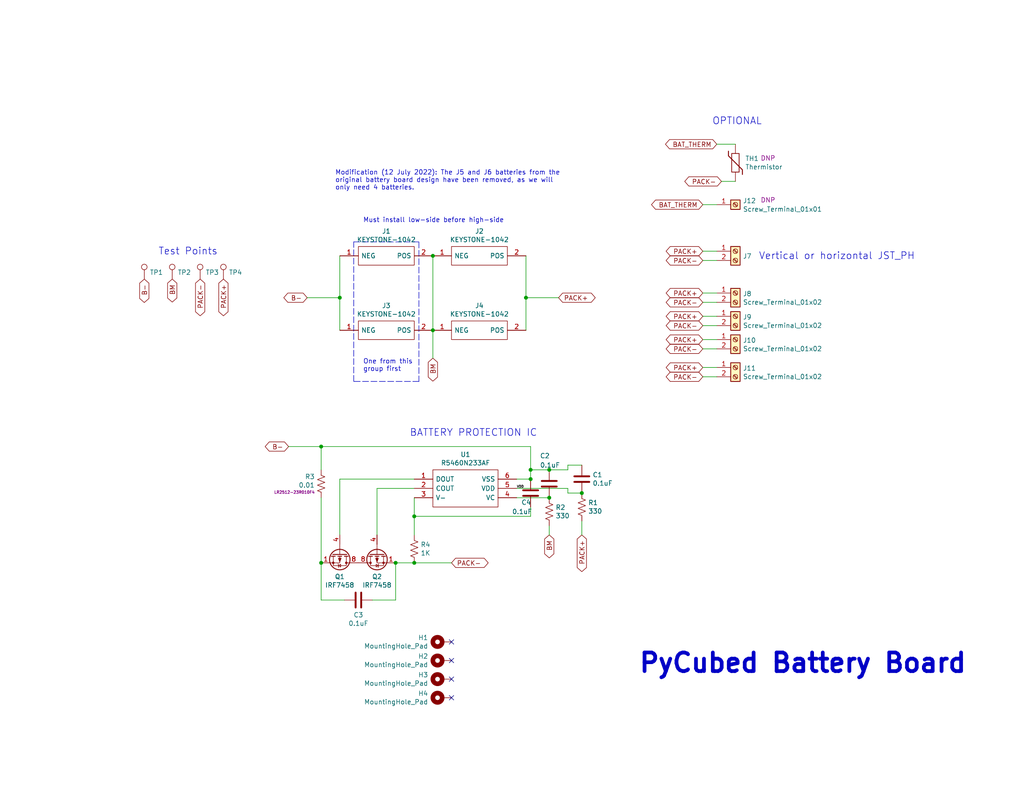
<source format=kicad_sch>
(kicad_sch (version 20211123) (generator eeschema)
  (paper "USLetter")
  (title_block (title "PyCubed Battery Board") (date "2021-03-07") (rev "v01b") (company "Max Holliday"))
  (lib_symbols
    (symbol "Connector:Screw_Terminal_01x01" (pin_names (offset 1.016) hide)
      (property "Reference" "J" (at 0 2.54 0))
      (property "Value" "Screw_Terminal_01x01" (at 0 -2.54 0))
      (symbol "Screw_Terminal_01x01_1_1"
        (rectangle (start -1.27 1.27) (end 1.27 -1.27) (stroke (width 0.254)) (fill (type background)))
        (polyline (pts (xy -0.5334 0.3302) (xy 0.3302 -0.508)) (stroke (width 0.1524)))
        (polyline (pts (xy -0.3556 0.508) (xy 0.508 -0.3302)) (stroke (width 0.1524)))
        (circle (center 0 0) (radius 0.635) (stroke (width 0.1524)))
        (pin passive line (at -5.08 0 0) (length 3.81) (name "Pin_1") (number "1"))
      )
    )
    (symbol "Connector:Screw_Terminal_01x02" (pin_names (offset 1.016) hide)
      (property "Reference" "J" (at 0 2.54 0))
      (property "Value" "Screw_Terminal_01x02" (at 0 -5.08 0))
      (symbol "Screw_Terminal_01x02_1_1"
        (rectangle (start -1.27 1.27) (end 1.27 -3.81) (stroke (width 0.254)) (fill (type background)))
        (circle (center 0 -2.54) (radius 0.635) (stroke (width 0.1524)))
        (polyline (pts (xy -0.5334 -2.2098) (xy 0.3302 -3.048)) (stroke (width 0.1524)))
        (polyline (pts (xy -0.5334 0.3302) (xy 0.3302 -0.508)) (stroke (width 0.1524)))
        (polyline (pts (xy -0.3556 -2.032) (xy 0.508 -2.8702)) (stroke (width 0.1524)))
        (polyline (pts (xy -0.3556 0.508) (xy 0.508 -0.3302)) (stroke (width 0.1524)))
        (circle (center 0 0) (radius 0.635) (stroke (width 0.1524)))
        (pin passive line (at -5.08 0 0) (length 3.81) (name "Pin_1") (number "1"))
        (pin passive line (at -5.08 -2.54 0) (length 3.81) (name "Pin_2") (number "2"))
      )
    )
    (symbol "Connector:TestPoint" (pin_numbers hide) (pin_names (offset 0.762) hide)
      (property "Reference" "TP" (at 0 6.858 0))
      (property "Value" "TestPoint" (at 0 5.08 0))
      (symbol "TestPoint_0_1"
        (circle (center 0 3.302) (radius 0.762))
      )
      (symbol "TestPoint_1_1"
        (pin passive line (at 0 0 90) (length 2.54) (name "1") (number "1"))
      )
    )
    (symbol "Device:C" (pin_numbers hide) (pin_names (offset 0.254))
      (property "Reference" "C" (at 0.635 2.54 0))
      (property "Value" "C" (at 0.635 -2.54 0))
      (symbol "C_0_1"
        (polyline (pts (xy -2.032 -0.762) (xy 2.032 -0.762)) (stroke (width 0.508)))
        (polyline (pts (xy -2.032 0.762) (xy 2.032 0.762)) (stroke (width 0.508)))
      )
      (symbol "C_1_1"
        (pin passive line (at 0 3.81 270) (length 2.794) (name "~") (number "1"))
        (pin passive line (at 0 -3.81 90) (length 2.794) (name "~") (number "2"))
      )
    )
    (symbol "Device:R_US" (pin_numbers hide) (pin_names (offset 0))
      (property "Reference" "R" (at 2.54 0 90))
      (property "Value" "R_US" (at -2.54 0 90))
      (symbol "R_US_0_1"
        (polyline (pts (xy 0 -2.286) (xy 0 -2.54)))
        (polyline (pts (xy 0 2.286) (xy 0 2.54)))
        (polyline (pts (xy 0 -0.762) (xy 1.016 -1.143) (xy 0 -1.524) (xy -1.016 -1.905) (xy 0 -2.286)))
        (polyline (pts (xy 0 0.762) (xy 1.016 0.381) (xy 0 0) (xy -1.016 -0.381) (xy 0 -0.762)))
        (polyline (pts (xy 0 2.286) (xy 1.016 1.905) (xy 0 1.524) (xy -1.016 1.143) (xy 0 0.762)))
      )
      (symbol "R_US_1_1"
        (pin passive line (at 0 3.81 270) (length 1.27) (name "~") (number "1"))
        (pin passive line (at 0 -3.81 90) (length 1.27) (name "~") (number "2"))
      )
    )
    (symbol "Device:Thermistor" (pin_numbers hide) (pin_names (offset 0))
      (property "Reference" "TH" (at 2.54 1.27 90))
      (property "Value" "Thermistor" (at -2.54 0 90))
      (symbol "Thermistor_0_1"
        (rectangle (start -1.016 2.54) (end 1.016 -2.54) (stroke (width 0.2032)))
        (polyline (pts (xy -1.905 3.175) (xy -1.905 1.905) (xy 1.905 -1.905) (xy 1.905 -3.175) (xy 1.905 -3.175)) (stroke (width 0.254)))
      )
      (symbol "Thermistor_1_1"
        (pin passive line (at 0 5.08 270) (length 2.54) (name "~") (number "1"))
        (pin passive line (at 0 -5.08 90) (length 2.54) (name "~") (number "2"))
      )
    )
    (symbol "Mechanical:MountingHole_Pad" (pin_numbers hide) (pin_names (offset 1.016) hide)
      (property "Reference" "H" (at 0 6.35 0))
      (property "Value" "MountingHole_Pad" (at 0 4.445 0))
      (symbol "MountingHole_Pad_0_1"
        (circle (center 0 1.27) (radius 1.27) (stroke (width 1.27)))
      )
      (symbol "MountingHole_Pad_1_1"
        (pin input line (at 0 -2.54 90) (length 2.54) (name "1") (number "1"))
      )
    )
    (symbol "Transistor_FET:IRF7404" (pin_names hide)
      (property "Reference" "Q" (at 5.08 1.905 0))
      (property "Value" "IRF7404" (at 5.08 0 0))
      (symbol "IRF7404_0_1"
        (polyline (pts (xy 0.254 0) (xy -2.54 0)))
        (polyline (pts (xy 0.254 1.905) (xy 0.254 -1.905)) (stroke (width 0.254)))
        (polyline (pts (xy 0.762 -1.27) (xy 0.762 -2.286)) (stroke (width 0.254)))
        (polyline (pts (xy 0.762 0.508) (xy 0.762 -0.508)) (stroke (width 0.254)))
        (polyline (pts (xy 0.762 2.286) (xy 0.762 1.27)) (stroke (width 0.254)))
        (polyline (pts (xy 2.54 2.54) (xy 2.54 1.778)))
        (polyline (pts (xy 2.54 -2.54) (xy 2.54 0) (xy 0.762 0)))
        (polyline (pts (xy 0.762 1.778) (xy 3.302 1.778) (xy 3.302 -1.778) (xy 0.762 -1.778)))
        (polyline (pts (xy 2.286 0) (xy 1.27 0.381) (xy 1.27 -0.381) (xy 2.286 0)) (fill (type outline)))
        (polyline (pts (xy 2.794 -0.508) (xy 2.921 -0.381) (xy 3.683 -0.381) (xy 3.81 -0.254)))
        (polyline (pts (xy 3.302 -0.381) (xy 2.921 0.254) (xy 3.683 0.254) (xy 3.302 -0.381)))
        (circle (center 1.651 0) (radius 2.794) (stroke (width 0.254)))
        (circle (center 2.54 -1.778) (radius 0.254) (fill (type outline)))
        (circle (center 2.54 1.778) (radius 0.254) (fill (type outline)))
      )
      (symbol "IRF7404_1_1"
        (pin passive line (at 2.54 -5.08 90) (length 2.54) (name "S") (number "1"))
        (pin passive line (at 2.54 -5.08 90) (length 2.54) hide (name "S") (number "2"))
        (pin passive line (at 2.54 -5.08 90) (length 2.54) hide (name "S") (number "3"))
        (pin passive line (at -5.08 0 0) (length 2.54) (name "G") (number "4"))
        (pin passive line (at 2.54 5.08 270) (length 2.54) hide (name "D") (number "5"))
        (pin passive line (at 2.54 5.08 270) (length 2.54) hide (name "D") (number "6"))
        (pin passive line (at 2.54 5.08 270) (length 2.54) hide (name "D") (number "7"))
        (pin passive line (at 2.54 5.08 270) (length 2.54) (name "D") (number "8"))
      )
    )
    (symbol "batteryboard-rescue:1042-symbols" (pin_names (offset 0.762))
      (property "Reference" "J" (at 11.43 6.35 0))
      (property "Value" "1042-symbols" (at 10.16 3.81 0))
      (symbol "1042-symbols_0_0"
        (pin unspecified line (at 0 0 0) (length 5.08) (name "NEG") (number "1"))
        (pin unspecified line (at 25.4 0 180) (length 5.08) (name "POS") (number "2"))
      )
      (symbol "1042-symbols_0_1"
        (polyline (pts (xy 5.08 2.54) (xy 20.32 2.54) (xy 20.32 -2.54) (xy 5.08 -2.54) (xy 5.08 2.54)) (stroke (width 0.1524)))
      )
    )
    (symbol "batteryboard-rescue:R5460N233AF-symbols" (pin_names (offset 0.762))
      (property "Reference" "U" (at 12.7 3.81 0))
      (property "Value" "R5460N233AF-symbols" (at 7.62 -8.89 0))
      (symbol "R5460N233AF-symbols_0_0"
        (pin unspecified line (at 0 0 0) (length 5.08) (name "DOUT") (number "1"))
        (pin unspecified line (at 0 -2.54 0) (length 5.08) (name "COUT") (number "2"))
        (pin unspecified line (at 0 -5.08 0) (length 5.08) (name "V-") (number "3"))
        (pin unspecified line (at 27.94 -5.08 180) (length 5.08) (name "VC") (number "4"))
        (pin unspecified line (at 27.94 -2.54 180) (length 5.08) (name "VDD") (number "5"))
        (pin unspecified line (at 27.94 0 180) (length 5.08) (name "VSS") (number "6"))
      )
      (symbol "R5460N233AF-symbols_0_1"
        (polyline (pts (xy 5.08 2.54) (xy 22.86 2.54) (xy 22.86 -7.62) (xy 5.08 -7.62) (xy 5.08 2.54)) (stroke (width 0.1524)))
      )
    )
  )
  (junction (at 144.78 130.81))
  (junction (at 107.95 153.67))
  (junction (at 144.78 128.27))
  (junction (at 149.86 128.27))
  (junction (at 113.03 153.67))
  (junction (at 118.11 69.85))
  (junction (at 87.63 121.92))
  (junction (at 118.11 90.17))
  (junction (at 158.75 134.62))
  (junction (at 143.51 81.28))
  (junction (at 87.63 153.67))
  (junction (at 149.86 135.89))
  (junction (at 113.03 140.97))
  (junction (at 92.71 81.28))
  (no_connect (at 123.19 175.26))
  (no_connect (at 123.19 190.5))
  (no_connect (at 123.19 180.34))
  (no_connect (at 123.19 185.42))
  (wire (pts (xy 154.94 127) (xy 158.75 127)))
  (wire (pts (xy 196.85 49.53) (xy 200.66 49.53)))
  (wire (pts (xy 87.63 163.83) (xy 87.63 153.67)))
  (wire (pts (xy 195.58 39.37) (xy 200.66 39.37)))
  (wire (pts (xy 191.77 100.33) (xy 195.58 100.33)))
  (wire (pts (xy 154.94 128.27) (xy 154.94 127)))
  (wire (pts (xy 144.78 128.27) (xy 144.78 121.92)))
  (wire (pts (xy 191.77 55.88) (xy 195.58 55.88)))
  (polyline (pts (xy 96.52 104.14) (xy 96.52 66.04)))
  (wire (pts (xy 143.51 81.28) (xy 143.51 69.85)))
  (wire (pts (xy 93.98 163.83) (xy 87.63 163.83)))
  (wire (pts (xy 140.97 133.35) (xy 154.94 133.35)))
  (wire (pts (xy 118.11 90.17) (xy 118.11 97.79)))
  (wire (pts (xy 144.78 138.43) (xy 144.78 140.97)))
  (wire (pts (xy 191.77 71.12) (xy 195.58 71.12)))
  (wire (pts (xy 191.77 88.9) (xy 195.58 88.9)))
  (wire (pts (xy 191.77 102.87) (xy 195.58 102.87)))
  (polyline (pts (xy 114.3 66.04) (xy 114.3 104.14)))
  (wire (pts (xy 143.51 90.17) (xy 143.51 81.28)))
  (wire (pts (xy 113.03 140.97) (xy 113.03 135.89)))
  (wire (pts (xy 191.77 68.58) (xy 195.58 68.58)))
  (wire (pts (xy 144.78 128.27) (xy 144.78 130.81)))
  (wire (pts (xy 154.94 134.62) (xy 158.75 134.62)))
  (wire (pts (xy 143.51 81.28) (xy 152.4 81.28)))
  (wire (pts (xy 92.71 81.28) (xy 83.82 81.28)))
  (wire (pts (xy 92.71 81.28) (xy 92.71 69.85)))
  (wire (pts (xy 101.6 163.83) (xy 107.95 163.83)))
  (wire (pts (xy 92.71 130.81) (xy 113.03 130.81)))
  (polyline (pts (xy 96.52 66.04) (xy 114.3 66.04)))
  (wire (pts (xy 191.77 82.55) (xy 195.58 82.55)))
  (wire (pts (xy 123.19 153.67) (xy 113.03 153.67)))
  (wire (pts (xy 102.87 133.35) (xy 102.87 146.05)))
  (wire (pts (xy 191.77 92.71) (xy 195.58 92.71)))
  (wire (pts (xy 92.71 90.17) (xy 92.71 81.28)))
  (wire (pts (xy 113.03 146.05) (xy 113.03 140.97)))
  (wire (pts (xy 107.95 153.67) (xy 113.03 153.67)))
  (wire (pts (xy 158.75 146.05) (xy 158.75 142.24)))
  (wire (pts (xy 191.77 86.36) (xy 195.58 86.36)))
  (wire (pts (xy 191.77 95.25) (xy 195.58 95.25)))
  (wire (pts (xy 149.86 128.27) (xy 154.94 128.27)))
  (wire (pts (xy 92.71 146.05) (xy 92.71 130.81)))
  (wire (pts (xy 87.63 153.67) (xy 87.63 135.89)))
  (polyline (pts (xy 114.3 104.14) (xy 96.52 104.14)))
  (wire (pts (xy 140.97 135.89) (xy 149.86 135.89)))
  (wire (pts (xy 154.94 133.35) (xy 154.94 134.62)))
  (wire (pts (xy 107.95 163.83) (xy 107.95 153.67)))
  (wire (pts (xy 144.78 128.27) (xy 149.86 128.27)))
  (wire (pts (xy 191.77 80.01) (xy 195.58 80.01)))
  (wire (pts (xy 149.86 146.05) (xy 149.86 143.51)))
  (wire (pts (xy 87.63 121.92) (xy 78.74 121.92)))
  (wire (pts (xy 102.87 133.35) (xy 113.03 133.35)))
  (wire (pts (xy 87.63 121.92) (xy 87.63 128.27)))
  (wire (pts (xy 140.97 130.81) (xy 144.78 130.81)))
  (wire (pts (xy 144.78 140.97) (xy 113.03 140.97)))
  (wire (pts (xy 144.78 121.92) (xy 87.63 121.92)))
  (wire (pts (xy 118.11 69.85) (xy 118.11 90.17)))
  (text "BATTERY PROTECTION IC" (at 111.76 119.38 0) (effects (font (size 1.905 1.905)) (justify left bottom)))
  (text "One from this \ngroup first" (at 99.06 101.6 0) (effects (font (size 1.27 1.27)) (justify left bottom)))
  (text "Test Points" (at 43.18 69.85 0) (effects (font (size 1.905 1.905)) (justify left bottom)))
  (text "Modification (12 July 2022): The J5 and J6 batteries from the\noriginal battery board design have been removed, as we will \nonly need 4 batteries." (at 91.44 52.07 0) (effects (font (size 1.27 1.27)) (justify left bottom)))
  (text "Must install low-side before high-side" (at 99.06 60.96 0) (effects (font (size 1.27 1.27)) (justify left bottom)))
  (text "Vertical or horizontal JST_PH" (at 207.01 71.12 0) (effects (font (size 1.905 1.905)) (justify left bottom)))
  (text "PyCubed Battery Board" (at 173.99 184.15 0) (effects (font (size 5.08 5.08) (thickness 1.016) bold) (justify left bottom)))
  (text "OPTIONAL" (at 194.31 34.29 0) (effects (font (size 1.905 1.905)) (justify left bottom)))
  (label "VDD" (at 140.97 133.35 0) (effects (font (size 0.635 0.635))))
  (global_label "PACK-" (shape bidirectional) (at 191.77 88.9 180) (property "Intersheet References" "${INTERSHEET_REFS}" (effects hide)))
  (global_label "PACK-" (shape bidirectional) (at 196.85 49.53 180) (property "Intersheet References" "${INTERSHEET_REFS}" (effects hide)))
  (global_label "BAT_THERM" (shape bidirectional) (at 191.77 55.88 180) (property "Intersheet References" "${INTERSHEET_REFS}" (effects hide)))
  (global_label "PACK+" (shape bidirectional) (at 158.75 146.05 270) (property "Intersheet References" "${INTERSHEET_REFS}" (effects hide)))
  (global_label "PACK+" (shape bidirectional) (at 191.77 92.71 180) (property "Intersheet References" "${INTERSHEET_REFS}" (effects hide)))
  (global_label "PACK-" (shape bidirectional) (at 191.77 82.55 180) (property "Intersheet References" "${INTERSHEET_REFS}" (effects hide)))
  (global_label "BM" (shape bidirectional) (at 149.86 146.05 270) (property "Intersheet References" "${INTERSHEET_REFS}" (effects hide)))
  (global_label "B-" (shape bidirectional) (at 83.82 81.28 180) (property "Intersheet References" "${INTERSHEET_REFS}" (effects hide)))
  (global_label "B-" (shape bidirectional) (at 78.74 121.92 180) (property "Intersheet References" "${INTERSHEET_REFS}" (effects hide)))
  (global_label "BAT_THERM" (shape bidirectional) (at 195.58 39.37 180) (property "Intersheet References" "${INTERSHEET_REFS}" (effects hide)))
  (global_label "PACK+" (shape bidirectional) (at 152.4 81.28 0) (property "Intersheet References" "${INTERSHEET_REFS}" (effects hide)))
  (global_label "PACK-" (shape bidirectional) (at 191.77 95.25 180) (property "Intersheet References" "${INTERSHEET_REFS}" (effects hide)))
  (global_label "PACK+" (shape bidirectional) (at 60.96 76.2 270) (property "Intersheet References" "${INTERSHEET_REFS}" (effects hide)))
  (global_label "PACK-" (shape bidirectional) (at 123.19 153.67 0) (property "Intersheet References" "${INTERSHEET_REFS}" (effects hide)))
  (global_label "PACK-" (shape bidirectional) (at 54.61 76.2 270) (property "Intersheet References" "${INTERSHEET_REFS}" (effects hide)))
  (global_label "PACK-" (shape bidirectional) (at 191.77 102.87 180) (property "Intersheet References" "${INTERSHEET_REFS}" (effects hide)))
  (global_label "PACK+" (shape bidirectional) (at 191.77 68.58 180) (property "Intersheet References" "${INTERSHEET_REFS}" (effects hide)))
  (global_label "BM" (shape bidirectional) (at 46.99 76.2 270) (property "Intersheet References" "${INTERSHEET_REFS}" (effects hide)))
  (global_label "PACK-" (shape bidirectional) (at 191.77 71.12 180) (property "Intersheet References" "${INTERSHEET_REFS}" (effects hide)))
  (global_label "PACK+" (shape bidirectional) (at 191.77 86.36 180) (property "Intersheet References" "${INTERSHEET_REFS}" (effects hide)))
  (global_label "PACK+" (shape bidirectional) (at 191.77 100.33 180) (property "Intersheet References" "${INTERSHEET_REFS}" (effects hide)))
  (global_label "B-" (shape bidirectional) (at 39.37 76.2 270) (property "Intersheet References" "${INTERSHEET_REFS}" (effects hide)))
  (global_label "PACK+" (shape bidirectional) (at 191.77 80.01 180) (property "Intersheet References" "${INTERSHEET_REFS}" (effects hide)))
  (global_label "BM" (shape bidirectional) (at 118.11 97.79 270) (property "Intersheet References" "${INTERSHEET_REFS}" (effects hide)))
  (symbol (lib_id "batteryboard-rescue:1042-symbols") (at 118.11 69.85 0) (unit 1)
    (property "Reference" "J2" (at 130.81 63.119 0))
    (property "Value" "KEYSTONE-1042" (at 130.81 65.4304 0))
    (property "Footprint" "custom-footprints:KEYSTONE-1042" (effects hide))
    (property "Datasheet" "http://www.mouser.com/ds/2/215/042-744829.pdf" (effects hide))
    (property "Description" "Cylindrical Battery Contacts, Clips, Holders & Springs 18650 S/M PC BATTERY HOLDER" (effects hide))
    (property "Manufacturer_Name" "Keystone Electronics" (effects hide))
    (property "Manufacturer_Part_Number" "1042" (effects hide))
    (property "Mouser Part Number" "534-1042" (effects hide))
    (property "Mouser Price/Stock" "https://www.mouser.com/Search/Refine.aspx?Keyword=534-1042" (effects hide))
  )
  (symbol (lib_id "batteryboard-rescue:1042-symbols") (at 92.71 69.85 0) (unit 1)
    (property "Reference" "J1" (at 105.41 63.119 0))
    (property "Value" "KEYSTONE-1042" (at 105.41 65.4304 0))
    (property "Footprint" "custom-footprints:KEYSTONE-1042" (effects hide))
    (property "Datasheet" "http://www.mouser.com/ds/2/215/042-744829.pdf" (effects hide))
    (property "Description" "Cylindrical Battery Contacts, Clips, Holders & Springs 18650 S/M PC BATTERY HOLDER" (effects hide))
    (property "Manufacturer_Name" "Keystone Electronics" (effects hide))
    (property "Manufacturer_Part_Number" "1042" (effects hide))
    (property "Mouser Part Number" "534-1042" (effects hide))
    (property "Mouser Price/Stock" "https://www.mouser.com/Search/Refine.aspx?Keyword=534-1042" (effects hide))
  )
  (symbol (lib_id "batteryboard-rescue:1042-symbols") (at 92.71 90.17 0) (unit 1)
    (property "Reference" "J3" (at 105.41 83.439 0))
    (property "Value" "KEYSTONE-1042" (at 105.41 85.7504 0))
    (property "Footprint" "custom-footprints:KEYSTONE-1042" (effects hide))
    (property "Datasheet" "http://www.mouser.com/ds/2/215/042-744829.pdf" (effects hide))
    (property "Description" "Cylindrical Battery Contacts, Clips, Holders & Springs 18650 S/M PC BATTERY HOLDER" (effects hide))
    (property "Manufacturer_Name" "Keystone Electronics" (effects hide))
    (property "Manufacturer_Part_Number" "1042" (effects hide))
    (property "Mouser Part Number" "534-1042" (effects hide))
    (property "Mouser Price/Stock" "https://www.mouser.com/Search/Refine.aspx?Keyword=534-1042" (effects hide))
  )
  (symbol (lib_id "batteryboard-rescue:1042-symbols") (at 118.11 90.17 0) (unit 1)
    (property "Reference" "J4" (at 130.81 83.439 0))
    (property "Value" "KEYSTONE-1042" (at 130.81 85.7504 0))
    (property "Footprint" "custom-footprints:KEYSTONE-1042" (effects hide))
    (property "Datasheet" "http://www.mouser.com/ds/2/215/042-744829.pdf" (effects hide))
    (property "Description" "Cylindrical Battery Contacts, Clips, Holders & Springs 18650 S/M PC BATTERY HOLDER" (effects hide))
    (property "Manufacturer_Name" "Keystone Electronics" (effects hide))
    (property "Manufacturer_Part_Number" "1042" (effects hide))
    (property "Mouser Part Number" "534-1042" (effects hide))
    (property "Mouser Price/Stock" "https://www.mouser.com/Search/Refine.aspx?Keyword=534-1042" (effects hide))
  )
  (symbol (lib_id "batteryboard-rescue:R5460N233AF-symbols") (at 113.03 130.81 0) (unit 1)
    (property "Reference" "U1" (at 127 124.079 0))
    (property "Value" "R5460N233AF" (at 127 126.3904 0))
    (property "Footprint" "custom-footprints:SOT95P280X130-6N" (effects hide))
    (property "Datasheet" "http://www.mouser.com/datasheet/2/792/r5460-e-1085730.pdf" (effects hide))
    (property "Description" "Battery Management 2-Cell Li-ion Protection IC" (effects hide))
    (property "Height" "1.3" (effects hide))
    (property "Manufacturer_Name" "Ricoh Electronic Devices Company" (effects hide))
    (property "Manufacturer_Part_Number" "R5460N233AF-TR-FE" (effects hide))
    (property "Mouser Part Number" "848-R5460N233AFTRFE" (effects hide))
    (property "Mouser Price/Stock" "https://www.mouser.com/Search/Refine.aspx?Keyword=848-R5460N233AFTRFE" (effects hide))
  )
  (symbol (lib_id "Connector:TestPoint") (at 39.37 76.2 0) (unit 1)
    (property "Reference" "TP1" (at 40.8432 74.3712 0) (effects (justify left)))
    (property "Value" "TestPoint" (effects hide))
    (property "Footprint" "TestPoint:TestPoint_Loop_D1.80mm_Drill1.0mm_Beaded" (effects hide))
    (property "DNP" "DNP" (effects hide))
  )
  (symbol (lib_id "Connector:TestPoint") (at 46.99 76.2 0) (unit 1)
    (property "Reference" "TP2" (at 48.4632 74.3712 0) (effects (justify left)))
    (property "Value" "TestPoint" (effects hide))
    (property "Footprint" "TestPoint:TestPoint_Loop_D1.80mm_Drill1.0mm_Beaded" (effects hide))
    (property "DNP" "DNP" (effects hide))
  )
  (symbol (lib_id "Connector:TestPoint") (at 54.61 76.2 0) (unit 1)
    (property "Reference" "TP3" (at 56.0832 74.3712 0) (effects (justify left)))
    (property "Value" "TestPoint" (effects hide))
    (property "Footprint" "TestPoint:TestPoint_Loop_D1.80mm_Drill1.0mm_Beaded" (effects hide))
    (property "DNP" "DNP" (effects hide))
  )
  (symbol (lib_id "Connector:TestPoint") (at 60.96 76.2 0) (unit 1)
    (property "Reference" "TP4" (at 62.4332 74.3712 0) (effects (justify left)))
    (property "Value" "TestPoint" (effects hide))
    (property "Footprint" "TestPoint:TestPoint_Loop_D1.80mm_Drill1.0mm_Beaded" (effects hide))
    (property "DNP" "DNP" (effects hide))
  )
  (symbol (lib_id "Connector:Screw_Terminal_01x02") (at 200.66 80.01 0) (unit 1)
    (property "Reference" "J8" (at 202.692 80.2132 0) (effects (justify left)))
    (property "Value" "Screw_Terminal_01x02" (at 202.692 82.5246 0) (effects (justify left)))
    (property "Footprint" "custom-footprints:SCREWTERMINAL-3.5MM-2_LOCK" (effects hide))
    (property "DNP" "DNP" (effects hide))
  )
  (symbol (lib_id "Connector:Screw_Terminal_01x02") (at 200.66 68.58 0) (unit 1)
    (property "Reference" "J7" (at 202.692 69.9516 0) (effects (justify left)))
    (property "Value" "JST_PH_S2B-PH-SM4" (effects hide))
    (property "Footprint" "Connector_JST:JST_PH_S2B-PH-SM4-TB_1x02-1MP_P2.00mm_Horizontal" (effects hide))
  )
  (symbol (lib_id "Transistor_FET:IRF7404") (at 102.87 151.13 90) (mirror x) (unit 1)
    (property "Reference" "Q2" (at 102.87 157.4546 90))
    (property "Value" "IRF7458" (at 102.87 159.766 90))
    (property "Footprint" "Package_SO:SOIC-8_3.9x4.9mm_P1.27mm" (effects hide))
    (property "Datasheet" "http://www.infineon.com/dgdl/irf7404.pdf?fileId=5546d462533600a4015355fa2b5b1b9e" (effects hide))
  )
  (symbol (lib_id "Transistor_FET:IRF7404") (at 92.71 151.13 270) (unit 1)
    (property "Reference" "Q1" (at 92.71 157.4546 90))
    (property "Value" "IRF7458" (at 92.71 159.766 90))
    (property "Footprint" "Package_SO:SOIC-8_3.9x4.9mm_P1.27mm" (effects hide))
    (property "Datasheet" "http://www.infineon.com/dgdl/irf7404.pdf?fileId=5546d462533600a4015355fa2b5b1b9e" (effects hide))
  )
  (symbol (lib_id "Device:R_US") (at 149.86 139.7 180) (unit 1)
    (property "Reference" "R2" (at 151.5872 138.5316 0) (effects (justify right)))
    (property "Value" "330" (at 151.5872 140.843 0) (effects (justify right)))
    (property "Footprint" "Resistor_SMD:R_0603_1608Metric" (effects hide))
  )
  (symbol (lib_id "Device:C") (at 149.86 132.08 0) (unit 1)
    (property "Reference" "C2" (at 147.32 124.46 0) (effects (justify left)))
    (property "Value" "0.1uF" (at 147.32 127 0) (effects (justify left)))
    (property "Footprint" "Capacitor_SMD:C_0603_1608Metric" (effects hide))
  )
  (symbol (lib_id "Device:C") (at 158.75 130.81 0) (unit 1)
    (property "Reference" "C1" (at 161.671 129.6416 0) (effects (justify left)))
    (property "Value" "0.1uF" (at 161.671 131.953 0) (effects (justify left)))
    (property "Footprint" "Capacitor_SMD:C_0603_1608Metric" (effects hide))
  )
  (symbol (lib_id "Device:R_US") (at 158.75 138.43 180) (unit 1)
    (property "Reference" "R1" (at 160.4772 137.2616 0) (effects (justify right)))
    (property "Value" "330" (at 160.4772 139.573 0) (effects (justify right)))
    (property "Footprint" "Resistor_SMD:R_0603_1608Metric" (effects hide))
  )
  (symbol (lib_id "Connector:Screw_Terminal_01x02") (at 200.66 86.36 0) (unit 1)
    (property "Reference" "J9" (at 202.692 86.5632 0) (effects (justify left)))
    (property "Value" "Screw_Terminal_01x02" (at 202.692 88.8746 0) (effects (justify left)))
    (property "Footprint" "custom-footprints:SCREWTERMINAL-3.5MM-2_LOCK" (effects hide))
    (property "DNP" "DNP" (effects hide))
  )
  (symbol (lib_id "Device:R_US") (at 113.03 149.86 0) (unit 1)
    (property "Reference" "R4" (at 114.7572 148.6916 0) (effects (justify left)))
    (property "Value" "1K" (at 114.7572 151.003 0) (effects (justify left)))
    (property "Footprint" "Resistor_SMD:R_0603_1608Metric" (effects hide))
    (property "Manufacturer_Part_Number" "LR2512-23R010F4" (effects hide))
  )
  (symbol (lib_id "Connector:Screw_Terminal_01x02") (at 200.66 92.71 0) (unit 1)
    (property "Reference" "J10" (at 202.692 92.9132 0) (effects (justify left)))
    (property "Value" "Screw_Terminal_01x02" (at 202.692 95.2246 0) (effects (justify left)))
    (property "Footprint" "custom-footprints:SCREWTERMINAL-3.5MM-2_LOCK" (effects hide))
    (property "DNP" "DNP" (effects hide))
  )
  (symbol (lib_id "Connector:Screw_Terminal_01x02") (at 200.66 100.33 0) (unit 1)
    (property "Reference" "J11" (at 202.692 100.5332 0) (effects (justify left)))
    (property "Value" "Screw_Terminal_01x02" (at 202.692 102.8446 0) (effects (justify left)))
    (property "Footprint" "custom-footprints:SCREWTERMINAL-3.5MM-2_LOCK" (effects hide))
    (property "DNP" "DNP" (effects hide))
  )
  (symbol (lib_id "Device:C") (at 144.78 134.62 0) (unit 1)
    (property "Reference" "C4" (at 142.24 137.16 0) (effects (justify left)))
    (property "Value" "0.1uF" (at 139.7 139.7 0) (effects (justify left)))
    (property "Footprint" "Capacitor_SMD:C_0603_1608Metric" (effects hide))
  )
  (symbol (lib_id "Device:R_US") (at 87.63 132.08 0) (unit 1)
    (property "Reference" "R3" (at 85.9028 130.1496 0) (effects (justify right)))
    (property "Value" "0.01" (at 85.9028 132.461 0) (effects (justify right)))
    (property "Footprint" "Resistor_SMD:R_2512_6332Metric" (effects hide))
    (property "PN" "LR2512-23R010F4" (at 85.9028 134.3914 0) (effects (font (size 0.762 0.762)) (justify right)))
  )
  (symbol (lib_id "Device:C") (at 97.79 163.83 90) (unit 1)
    (property "Reference" "C3" (at 97.79 167.894 90))
    (property "Value" "0.1uF" (at 97.79 170.2054 90))
    (property "Footprint" "Capacitor_SMD:C_0603_1608Metric" (effects hide))
  )
  (symbol (lib_id "Device:Thermistor") (at 200.66 44.45 0) (unit 1)
    (property "Reference" "TH1" (at 203.327 43.2816 0) (effects (justify left)))
    (property "Value" "Thermistor" (at 203.327 45.593 0) (effects (justify left)))
    (property "Footprint" "Resistor_THT:R_Axial_DIN0204_L3.6mm_D1.6mm_P5.08mm_Vertical" (effects hide))
    (property "DNP" "DNP" (at 209.55 43.18 0))
  )
  (symbol (lib_id "Connector:Screw_Terminal_01x01") (at 200.66 55.88 0) (unit 1)
    (property "Reference" "J12" (at 202.692 54.8132 0) (effects (justify left)))
    (property "Value" "Screw_Terminal_01x01" (at 202.692 57.1246 0) (effects (justify left)))
    (property "Footprint" "Connector_PinHeader_1.00mm:PinHeader_1x01_P1.00mm_Vertical" (effects hide))
    (property "DNP" "DNP" (at 209.55 54.61 0))
  )
  (symbol (lib_id "Mechanical:MountingHole_Pad") (at 120.65 175.26 90) (mirror x) (unit 1)
    (property "Reference" "H1" (at 116.84 174.0916 90) (effects (justify left)))
    (property "Value" "MountingHole_Pad" (at 116.84 176.403 90) (effects (justify left)))
    (property "Footprint" "custom-footprints:MountingHole_3.2mm_M3_DIN965_PadMOD" (effects hide))
    (property "DNP" "DNP" (effects hide))
  )
  (symbol (lib_id "Mechanical:MountingHole_Pad") (at 120.65 180.34 90) (mirror x) (unit 1)
    (property "Reference" "H2" (at 116.84 179.1716 90) (effects (justify left)))
    (property "Value" "MountingHole_Pad" (at 116.84 181.483 90) (effects (justify left)))
    (property "Footprint" "custom-footprints:MountingHole_3.2mm_M3_DIN965_PadMOD" (effects hide))
    (property "DNP" "DNP" (effects hide))
  )
  (symbol (lib_id "Mechanical:MountingHole_Pad") (at 120.65 185.42 90) (mirror x) (unit 1)
    (property "Reference" "H3" (at 116.84 184.2516 90) (effects (justify left)))
    (property "Value" "MountingHole_Pad" (at 116.84 186.563 90) (effects (justify left)))
    (property "Footprint" "custom-footprints:MountingHole_3.2mm_M3_DIN965_PadMOD" (effects hide))
    (property "DNP" "DNP" (effects hide))
  )
  (symbol (lib_id "Mechanical:MountingHole_Pad") (at 120.65 190.5 90) (mirror x) (unit 1)
    (property "Reference" "H4" (at 116.84 189.3316 90) (effects (justify left)))
    (property "Value" "MountingHole_Pad" (at 116.84 191.643 90) (effects (justify left)))
    (property "Footprint" "custom-footprints:MountingHole_3.2mm_M3_DIN965_PadMOD" (effects hide))
    (property "DNP" "DNP" (effects hide))
  )
)
</source>
